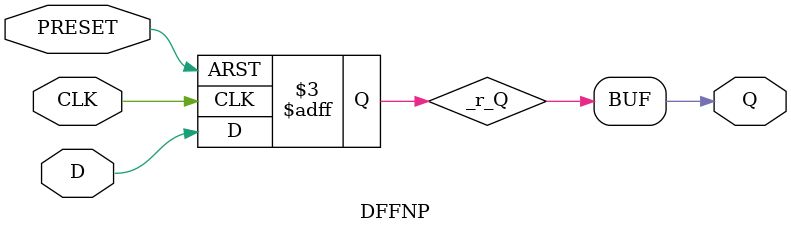
<source format=v>
`ifdef verilator3
`else
`timescale 1 ps / 1 ps
`endif

module DFFNP
#(
    parameter INIT = 1'b1
)
(
    input  PRESET,
    input  CLK,
    input  D,
    output Q
);

    reg _r_Q;

    initial begin
        _r_Q = INIT;
    end

    always @(posedge PRESET or negedge CLK) begin
    
        if (PRESET) begin
            _r_Q <= 1'b1;
        end
        else begin
            _r_Q <= D;
        end
    end

    assign Q = _r_Q;

endmodule

</source>
